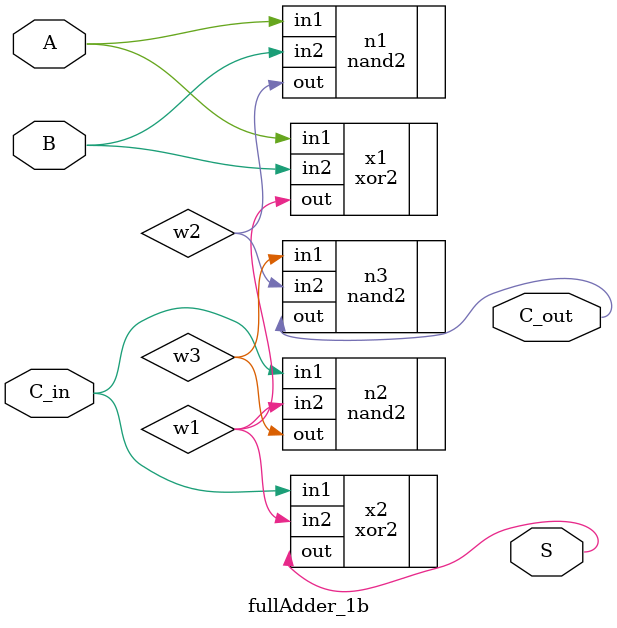
<source format=v>
/*  Nikhil Karanam
    CS/ECE 552 Spring '19
    Homework #3, Problem 2
    
    a 1-bit full adder
*/
module fullAdder_1b(A, B, C_in, S, C_out);
    input  A, B;
    input  C_in;
    output S;
    output C_out;

    // YOUR CODE HERE
    wire w1,w2,w3;

    xor2 x1(.in1(A),.in2(B),.out(w1));         //w1 = A^B
    xor2 x2(.in1(C_in),.in2(w1),.out(S));      //S = (A^B)^C_in
    nand2 n1(.in1(A),.in2(B),.out(w2));         //w2 = !(A*B)
    nand2 n2(.in1(C_in),.in2(w1),.out(w3));     //w3 = !(C_in*(A^B))
    nand2 n3(.in1(w3),.in2(w2),.out(C_out));   //C_out = !(w2*w3) = (A*B) + (C_in*(A^B))
    	
endmodule

</source>
